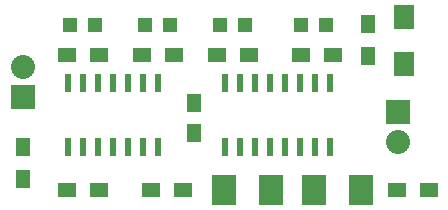
<source format=gbr>
G04 #@! TF.FileFunction,Soldermask,Top*
%FSLAX46Y46*%
G04 Gerber Fmt 4.6, Leading zero omitted, Abs format (unit mm)*
G04 Created by KiCad (PCBNEW (after 2015-mar-04 BZR unknown)-product) date 9/30/2016 11:15:59 AM*
%MOMM*%
G01*
G04 APERTURE LIST*
%ADD10C,0.150000*%
%ADD11R,2.000000X2.500000*%
%ADD12R,1.198880X1.198880*%
%ADD13R,2.032000X2.032000*%
%ADD14O,2.032000X2.032000*%
%ADD15R,1.500000X1.300000*%
%ADD16R,1.300000X1.500000*%
%ADD17R,0.600000X1.500000*%
%ADD18R,1.250000X1.500000*%
%ADD19R,1.700000X2.000000*%
G04 APERTURE END LIST*
D10*
D11*
X22130000Y-16510000D03*
X26130000Y-16510000D03*
X29750000Y-16510000D03*
X33750000Y-16510000D03*
D12*
X23909020Y-2540000D03*
X21810980Y-2540000D03*
X28668980Y-2540000D03*
X30767020Y-2540000D03*
X15460980Y-2540000D03*
X17559020Y-2540000D03*
X11209020Y-2540000D03*
X9110980Y-2540000D03*
D13*
X5080000Y-8636000D03*
D14*
X5080000Y-6096000D03*
D13*
X36830000Y-9906000D03*
D14*
X36830000Y-12446000D03*
D15*
X18622000Y-16510000D03*
X15922000Y-16510000D03*
X36750000Y-16510000D03*
X39450000Y-16510000D03*
X21510000Y-5080000D03*
X24210000Y-5080000D03*
X31322000Y-5080000D03*
X28622000Y-5080000D03*
D16*
X5080000Y-15574000D03*
X5080000Y-12874000D03*
D15*
X11510000Y-16510000D03*
X8810000Y-16510000D03*
X17860000Y-5080000D03*
X15160000Y-5080000D03*
X8810000Y-5080000D03*
X11510000Y-5080000D03*
D16*
X34290000Y-5160000D03*
X34290000Y-2460000D03*
D17*
X8890000Y-12860000D03*
X10160000Y-12860000D03*
X11430000Y-12860000D03*
X12700000Y-12860000D03*
X13970000Y-12860000D03*
X15240000Y-12860000D03*
X16510000Y-12860000D03*
X16510000Y-7460000D03*
X15240000Y-7460000D03*
X13970000Y-7460000D03*
X12700000Y-7460000D03*
X11430000Y-7460000D03*
X10160000Y-7460000D03*
X8890000Y-7460000D03*
X22225000Y-12860000D03*
X23495000Y-12860000D03*
X24765000Y-12860000D03*
X26035000Y-12860000D03*
X27305000Y-12860000D03*
X28575000Y-12860000D03*
X29845000Y-12860000D03*
X31115000Y-12860000D03*
X31115000Y-7460000D03*
X29845000Y-7460000D03*
X28575000Y-7460000D03*
X27305000Y-7460000D03*
X26035000Y-7460000D03*
X24765000Y-7460000D03*
X23495000Y-7460000D03*
X22225000Y-7460000D03*
D18*
X19558000Y-9164000D03*
X19558000Y-11664000D03*
D19*
X37338000Y-1810000D03*
X37338000Y-5810000D03*
M02*

</source>
